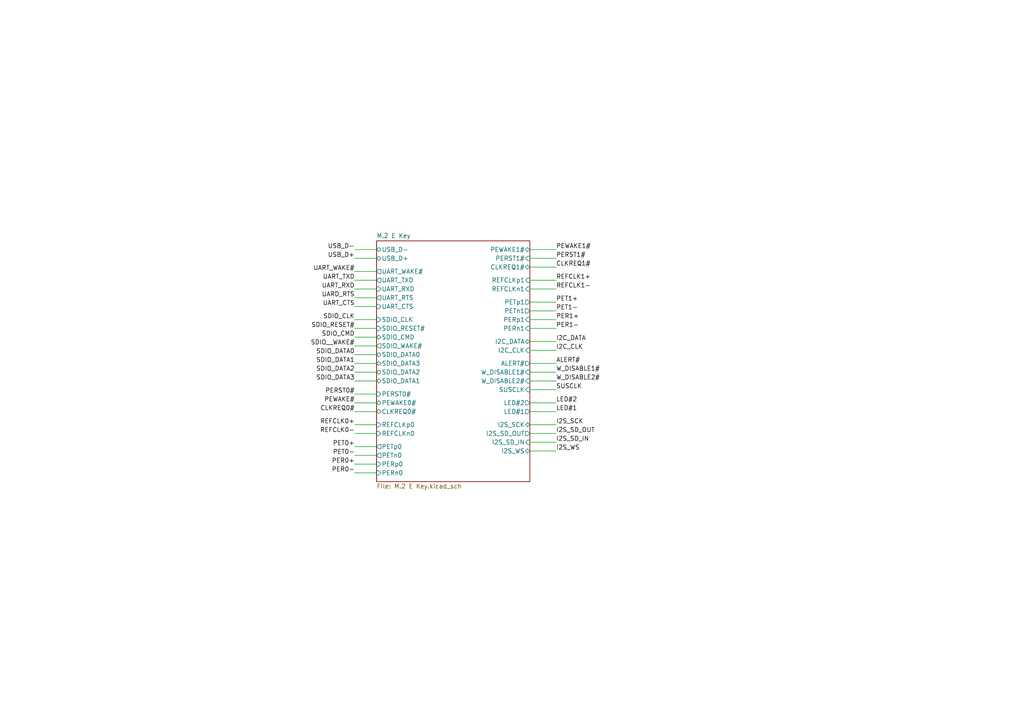
<source format=kicad_sch>
(kicad_sch
	(version 20250114)
	(generator "eeschema")
	(generator_version "9.0")
	(uuid "a24b6ca4-9876-4ae6-91ef-51d9184f5704")
	(paper "A4")
	(lib_symbols)
	(wire
		(pts
			(xy 102.87 100.33) (xy 109.22 100.33)
		)
		(stroke
			(width 0)
			(type default)
		)
		(uuid "0b3903e2-ff63-498f-8d84-a2a8f9001c10")
	)
	(wire
		(pts
			(xy 102.87 116.84) (xy 109.22 116.84)
		)
		(stroke
			(width 0)
			(type default)
		)
		(uuid "0b9b6b71-2fd1-4c20-a768-ae8d92475e0e")
	)
	(wire
		(pts
			(xy 102.87 83.82) (xy 109.22 83.82)
		)
		(stroke
			(width 0)
			(type default)
		)
		(uuid "125f1716-eea6-4b04-b011-1803008835c0")
	)
	(wire
		(pts
			(xy 102.87 123.19) (xy 109.22 123.19)
		)
		(stroke
			(width 0)
			(type default)
		)
		(uuid "1459b6b0-8cc4-40a4-a923-cdf9967b68d6")
	)
	(wire
		(pts
			(xy 102.87 102.87) (xy 109.22 102.87)
		)
		(stroke
			(width 0)
			(type default)
		)
		(uuid "14a7b775-1d1a-44bc-97a9-6a7e8afde3cf")
	)
	(wire
		(pts
			(xy 102.87 74.93) (xy 109.22 74.93)
		)
		(stroke
			(width 0)
			(type default)
		)
		(uuid "1b23c607-a0a3-471c-b608-27dd804adb0b")
	)
	(wire
		(pts
			(xy 153.67 125.73) (xy 161.29 125.73)
		)
		(stroke
			(width 0)
			(type default)
		)
		(uuid "20602368-f8c5-4a1b-8d8a-eebce596c053")
	)
	(wire
		(pts
			(xy 102.87 125.73) (xy 109.22 125.73)
		)
		(stroke
			(width 0)
			(type default)
		)
		(uuid "206152c0-bde9-4f6d-b0e5-1615bdb8f68c")
	)
	(wire
		(pts
			(xy 102.87 105.41) (xy 109.22 105.41)
		)
		(stroke
			(width 0)
			(type default)
		)
		(uuid "208b9518-505c-40d4-ab0a-b732fac44d60")
	)
	(wire
		(pts
			(xy 153.67 77.47) (xy 161.29 77.47)
		)
		(stroke
			(width 0)
			(type default)
		)
		(uuid "230a81ea-7fcb-48cc-a53e-e5a5d99ff8aa")
	)
	(wire
		(pts
			(xy 153.67 90.17) (xy 161.29 90.17)
		)
		(stroke
			(width 0)
			(type default)
		)
		(uuid "2dad8341-98d9-46f3-9caa-d4ae10752c4b")
	)
	(wire
		(pts
			(xy 102.87 119.38) (xy 109.22 119.38)
		)
		(stroke
			(width 0)
			(type default)
		)
		(uuid "2fc86178-63fb-4b0f-b110-d43ef7369c8c")
	)
	(wire
		(pts
			(xy 153.67 110.49) (xy 161.29 110.49)
		)
		(stroke
			(width 0)
			(type default)
		)
		(uuid "3079af08-fb62-4d19-a7e2-93603683c474")
	)
	(wire
		(pts
			(xy 153.67 81.28) (xy 161.29 81.28)
		)
		(stroke
			(width 0)
			(type default)
		)
		(uuid "38b44428-6bf7-472f-8602-714ddaf1d2fb")
	)
	(wire
		(pts
			(xy 153.67 113.03) (xy 161.29 113.03)
		)
		(stroke
			(width 0)
			(type default)
		)
		(uuid "4231d9d4-e814-458e-9577-824eac789e7d")
	)
	(wire
		(pts
			(xy 153.67 128.27) (xy 161.29 128.27)
		)
		(stroke
			(width 0)
			(type default)
		)
		(uuid "45b58532-3693-4ea5-ad0b-263b5d84ca14")
	)
	(wire
		(pts
			(xy 153.67 116.84) (xy 161.29 116.84)
		)
		(stroke
			(width 0)
			(type default)
		)
		(uuid "4e4d4985-faf7-4df7-a21d-b05525d5c1d1")
	)
	(wire
		(pts
			(xy 102.87 137.16) (xy 109.22 137.16)
		)
		(stroke
			(width 0)
			(type default)
		)
		(uuid "53c65c15-765c-46f9-87e7-5d6eea9dbb43")
	)
	(wire
		(pts
			(xy 153.67 123.19) (xy 161.29 123.19)
		)
		(stroke
			(width 0)
			(type default)
		)
		(uuid "5a72d9ce-f88b-411a-8f6a-aa646493477d")
	)
	(wire
		(pts
			(xy 102.87 110.49) (xy 109.22 110.49)
		)
		(stroke
			(width 0)
			(type default)
		)
		(uuid "5c74fdae-acad-45fd-991c-a9882179adbd")
	)
	(wire
		(pts
			(xy 153.67 87.63) (xy 161.29 87.63)
		)
		(stroke
			(width 0)
			(type default)
		)
		(uuid "5d8764e7-23ab-463d-9c78-c81f0a43351f")
	)
	(wire
		(pts
			(xy 153.67 101.6) (xy 161.29 101.6)
		)
		(stroke
			(width 0)
			(type default)
		)
		(uuid "5f93dee3-db92-47b6-b502-5ad83a8c08a6")
	)
	(wire
		(pts
			(xy 102.87 114.3) (xy 109.22 114.3)
		)
		(stroke
			(width 0)
			(type default)
		)
		(uuid "66b2be52-c67c-4ae8-8248-c0cf21b45c3e")
	)
	(wire
		(pts
			(xy 102.87 97.79) (xy 109.22 97.79)
		)
		(stroke
			(width 0)
			(type default)
		)
		(uuid "67bd7d3c-d46e-4541-bdd5-0283f1e6b1ca")
	)
	(wire
		(pts
			(xy 102.87 134.62) (xy 109.22 134.62)
		)
		(stroke
			(width 0)
			(type default)
		)
		(uuid "69ec1717-b0a3-4355-92d8-c85d7abc8725")
	)
	(wire
		(pts
			(xy 153.67 107.95) (xy 161.29 107.95)
		)
		(stroke
			(width 0)
			(type default)
		)
		(uuid "6bddce0e-7219-4876-9fdb-2b88b93ad133")
	)
	(wire
		(pts
			(xy 153.67 74.93) (xy 161.29 74.93)
		)
		(stroke
			(width 0)
			(type default)
		)
		(uuid "80b435c2-f15a-43da-b9c8-5375cbf42280")
	)
	(wire
		(pts
			(xy 102.87 92.71) (xy 109.22 92.71)
		)
		(stroke
			(width 0)
			(type default)
		)
		(uuid "8383eb1f-6895-4f62-b2b2-cc940f9a4e65")
	)
	(wire
		(pts
			(xy 102.87 86.36) (xy 109.22 86.36)
		)
		(stroke
			(width 0)
			(type default)
		)
		(uuid "85826b23-648e-4696-9c16-44f83bed9c49")
	)
	(wire
		(pts
			(xy 153.67 119.38) (xy 161.29 119.38)
		)
		(stroke
			(width 0)
			(type default)
		)
		(uuid "8c6b5ec4-c993-4784-a87b-ea2d94da49b7")
	)
	(wire
		(pts
			(xy 102.87 129.54) (xy 109.22 129.54)
		)
		(stroke
			(width 0)
			(type default)
		)
		(uuid "97496b9d-fd83-42ff-a7fd-1ee57f1a3dfd")
	)
	(wire
		(pts
			(xy 153.67 92.71) (xy 161.29 92.71)
		)
		(stroke
			(width 0)
			(type default)
		)
		(uuid "9991cb75-a032-47b8-8463-9a23079ac313")
	)
	(wire
		(pts
			(xy 153.67 99.06) (xy 161.29 99.06)
		)
		(stroke
			(width 0)
			(type default)
		)
		(uuid "9db61103-2b75-4e5d-a57a-4bcfbe8daf3f")
	)
	(wire
		(pts
			(xy 102.87 81.28) (xy 109.22 81.28)
		)
		(stroke
			(width 0)
			(type default)
		)
		(uuid "a6e7ffbc-674e-4766-a1c7-fa90ad65d653")
	)
	(wire
		(pts
			(xy 102.87 132.08) (xy 109.22 132.08)
		)
		(stroke
			(width 0)
			(type default)
		)
		(uuid "a79c505c-ce6c-4064-a431-cbc62eac189a")
	)
	(wire
		(pts
			(xy 153.67 95.25) (xy 161.29 95.25)
		)
		(stroke
			(width 0)
			(type default)
		)
		(uuid "b946c1ce-b2d5-4a2d-9fe9-65784494eede")
	)
	(wire
		(pts
			(xy 102.87 107.95) (xy 109.22 107.95)
		)
		(stroke
			(width 0)
			(type default)
		)
		(uuid "bbf89ebb-939f-42c9-a1c9-1f01c37f0f3b")
	)
	(wire
		(pts
			(xy 102.87 88.9) (xy 109.22 88.9)
		)
		(stroke
			(width 0)
			(type default)
		)
		(uuid "c01368e5-b585-4eb4-a175-3f76c78d5ef3")
	)
	(wire
		(pts
			(xy 102.87 95.25) (xy 109.22 95.25)
		)
		(stroke
			(width 0)
			(type default)
		)
		(uuid "cfbbc588-514e-4de9-9d32-90661c6ed351")
	)
	(wire
		(pts
			(xy 153.67 72.39) (xy 161.29 72.39)
		)
		(stroke
			(width 0)
			(type default)
		)
		(uuid "d575afaa-a912-43cf-9e96-ce54e7f0254c")
	)
	(wire
		(pts
			(xy 153.67 130.81) (xy 161.29 130.81)
		)
		(stroke
			(width 0)
			(type default)
		)
		(uuid "e802274f-5ad7-4a2d-8c6e-0644a1501140")
	)
	(wire
		(pts
			(xy 102.87 78.74) (xy 109.22 78.74)
		)
		(stroke
			(width 0)
			(type default)
		)
		(uuid "e95eca9d-ca17-4d87-96de-b303cf18ed7b")
	)
	(wire
		(pts
			(xy 102.87 72.39) (xy 109.22 72.39)
		)
		(stroke
			(width 0)
			(type default)
		)
		(uuid "f1e1fe53-c647-466e-86aa-10364402095f")
	)
	(wire
		(pts
			(xy 153.67 105.41) (xy 161.29 105.41)
		)
		(stroke
			(width 0)
			(type default)
		)
		(uuid "fbbeff18-b94d-4244-9f12-c680efee31e4")
	)
	(wire
		(pts
			(xy 153.67 83.82) (xy 161.29 83.82)
		)
		(stroke
			(width 0)
			(type default)
		)
		(uuid "ff1f5c00-eee1-4a79-9313-97280217c7e5")
	)
	(label "UART_TXD"
		(at 102.87 81.28 180)
		(effects
			(font
				(size 1.27 1.27)
			)
			(justify right bottom)
		)
		(uuid "048a5555-c9cb-491e-acbd-b16555336a66")
	)
	(label "UART_RXD"
		(at 102.87 83.82 180)
		(effects
			(font
				(size 1.27 1.27)
			)
			(justify right bottom)
		)
		(uuid "04dd73d3-8e74-464a-b939-91dccca32b64")
	)
	(label "PER1-"
		(at 161.29 95.25 0)
		(effects
			(font
				(size 1.27 1.27)
			)
			(justify left bottom)
		)
		(uuid "05d2a856-bf1d-4d4b-bf74-5873552672ce")
	)
	(label "REFCLK0+"
		(at 102.87 123.19 180)
		(effects
			(font
				(size 1.27 1.27)
			)
			(justify right bottom)
		)
		(uuid "0a861ebc-903a-4265-87bd-df8dd4c72182")
	)
	(label "SDIO_CMD"
		(at 102.87 97.79 180)
		(effects
			(font
				(size 1.27 1.27)
			)
			(justify right bottom)
		)
		(uuid "0f815442-610b-4eba-b694-0bc0bb57c58b")
	)
	(label "W_DISABLE1#"
		(at 161.29 107.95 0)
		(effects
			(font
				(size 1.27 1.27)
			)
			(justify left bottom)
		)
		(uuid "0f8ac9e6-36d4-4d72-ae3e-31839933951e")
	)
	(label "PERST1#"
		(at 161.29 74.93 0)
		(effects
			(font
				(size 1.27 1.27)
			)
			(justify left bottom)
		)
		(uuid "2378ab95-6796-495e-ac5a-cd88301b54c1")
	)
	(label "W_DISABLE2#"
		(at 161.29 110.49 0)
		(effects
			(font
				(size 1.27 1.27)
			)
			(justify left bottom)
		)
		(uuid "294a1824-a39c-41e2-87a7-dd35aab0a499")
	)
	(label "I2S_WS"
		(at 161.29 130.81 0)
		(effects
			(font
				(size 1.27 1.27)
			)
			(justify left bottom)
		)
		(uuid "2f84d271-79d1-4bbf-8906-662b98e121ee")
	)
	(label "UARD_RTS"
		(at 102.87 86.36 180)
		(effects
			(font
				(size 1.27 1.27)
			)
			(justify right bottom)
		)
		(uuid "30edef20-bf18-43c1-a6c5-5502da3f0815")
	)
	(label "PER1+"
		(at 161.29 92.71 0)
		(effects
			(font
				(size 1.27 1.27)
			)
			(justify left bottom)
		)
		(uuid "3c5f18a5-0da8-4c0c-8a03-bb6cbbef54ef")
	)
	(label "I2S_SD_IN"
		(at 161.29 128.27 0)
		(effects
			(font
				(size 1.27 1.27)
			)
			(justify left bottom)
		)
		(uuid "3ce89690-e24f-4d2b-844e-ff5fe88410fa")
	)
	(label "LED#1"
		(at 161.29 119.38 0)
		(effects
			(font
				(size 1.27 1.27)
			)
			(justify left bottom)
		)
		(uuid "3ec572a5-227e-4c8f-96c2-6efe9e7e8bdd")
	)
	(label "PET0+"
		(at 102.87 129.54 180)
		(effects
			(font
				(size 1.27 1.27)
			)
			(justify right bottom)
		)
		(uuid "41aea5cf-cab1-49b3-9a3a-74e4dde8952f")
	)
	(label "I2C_CLK"
		(at 161.29 101.6 0)
		(effects
			(font
				(size 1.27 1.27)
			)
			(justify left bottom)
		)
		(uuid "465e8d9a-cba3-485c-a2c2-74f0dbde81a2")
	)
	(label "SDIO_DATA1"
		(at 102.87 105.41 180)
		(effects
			(font
				(size 1.27 1.27)
			)
			(justify right bottom)
		)
		(uuid "4b551a13-6b71-434c-8b31-7511b05eb133")
	)
	(label "REFCLK0-"
		(at 102.87 125.73 180)
		(effects
			(font
				(size 1.27 1.27)
			)
			(justify right bottom)
		)
		(uuid "4c3274fc-25f3-4402-ae56-7c75bab6f90a")
	)
	(label "SDIO_DATA0"
		(at 102.87 102.87 180)
		(effects
			(font
				(size 1.27 1.27)
			)
			(justify right bottom)
		)
		(uuid "5cb90bdd-c79c-4ec1-8050-45a92b32f0d3")
	)
	(label "CLKREQ1#"
		(at 161.29 77.47 0)
		(effects
			(font
				(size 1.27 1.27)
			)
			(justify left bottom)
		)
		(uuid "5d2ccecc-cae0-4599-9432-3a2088728713")
	)
	(label "UART_CTS"
		(at 102.87 88.9 180)
		(effects
			(font
				(size 1.27 1.27)
			)
			(justify right bottom)
		)
		(uuid "6112a433-ccbb-4f75-a893-d3f9e124c2ca")
	)
	(label "I2S_SCK"
		(at 161.29 123.19 0)
		(effects
			(font
				(size 1.27 1.27)
			)
			(justify left bottom)
		)
		(uuid "6545ba06-2e30-41eb-8071-f30cd9625baf")
	)
	(label "I2C_DATA"
		(at 161.29 99.06 0)
		(effects
			(font
				(size 1.27 1.27)
			)
			(justify left bottom)
		)
		(uuid "678bfc47-8922-47a8-b24e-84e3caf716d7")
	)
	(label "PER0-"
		(at 102.87 137.16 180)
		(effects
			(font
				(size 1.27 1.27)
			)
			(justify right bottom)
		)
		(uuid "689491e4-88f7-4b5f-9224-2fae287b222e")
	)
	(label "REFCLK1-"
		(at 161.29 83.82 0)
		(effects
			(font
				(size 1.27 1.27)
			)
			(justify left bottom)
		)
		(uuid "6d3fe654-b53a-498d-84c9-7eabffa10ee6")
	)
	(label "UART_WAKE#"
		(at 102.87 78.74 180)
		(effects
			(font
				(size 1.27 1.27)
			)
			(justify right bottom)
		)
		(uuid "70d1fa01-30e9-4ad2-afa9-d79d1c37b717")
	)
	(label "PER0+"
		(at 102.87 134.62 180)
		(effects
			(font
				(size 1.27 1.27)
			)
			(justify right bottom)
		)
		(uuid "70fbc532-174d-4acf-904e-7f6e2b1f92a4")
	)
	(label "ALERT#"
		(at 161.29 105.41 0)
		(effects
			(font
				(size 1.27 1.27)
			)
			(justify left bottom)
		)
		(uuid "7a124dcc-3b93-4289-b83a-139a23a8764c")
	)
	(label "CLKREQ0#"
		(at 102.87 119.38 180)
		(effects
			(font
				(size 1.27 1.27)
			)
			(justify right bottom)
		)
		(uuid "82aee729-ef21-4ff6-9b35-291ca3f83147")
	)
	(label "LED#2"
		(at 161.29 116.84 0)
		(effects
			(font
				(size 1.27 1.27)
			)
			(justify left bottom)
		)
		(uuid "8567fac5-2bb6-4ac2-ad56-3423e4a1a05e")
	)
	(label "USB_D+"
		(at 102.87 74.93 180)
		(effects
			(font
				(size 1.27 1.27)
			)
			(justify right bottom)
		)
		(uuid "87b86ffc-6b38-48d6-a1ab-6c29ce358439")
	)
	(label "SUSCLK"
		(at 161.29 113.03 0)
		(effects
			(font
				(size 1.27 1.27)
			)
			(justify left bottom)
		)
		(uuid "97df85d2-e5f2-44ba-b1bd-ccbdb840c2da")
	)
	(label "SDIO_DATA3"
		(at 102.87 110.49 180)
		(effects
			(font
				(size 1.27 1.27)
			)
			(justify right bottom)
		)
		(uuid "9aaa5641-ef1b-43d1-8cab-75f1584b0fa7")
	)
	(label "REFCLK1+"
		(at 161.29 81.28 0)
		(effects
			(font
				(size 1.27 1.27)
			)
			(justify left bottom)
		)
		(uuid "9ee231ac-79cf-4707-a0fd-1e3f38e1147f")
	)
	(label "PEWAKE1#"
		(at 161.29 72.39 0)
		(effects
			(font
				(size 1.27 1.27)
			)
			(justify left bottom)
		)
		(uuid "a179e98e-3571-4948-891a-ca99bafae0fb")
	)
	(label "SDIO_RESET#"
		(at 102.87 95.25 180)
		(effects
			(font
				(size 1.27 1.27)
			)
			(justify right bottom)
		)
		(uuid "ab919118-b695-426b-aff3-1188e5fc9b38")
	)
	(label "I2S_SD_OUT"
		(at 161.29 125.73 0)
		(effects
			(font
				(size 1.27 1.27)
			)
			(justify left bottom)
		)
		(uuid "b0be95c3-59c0-48e0-b95c-3823c81473e4")
	)
	(label "PET0-"
		(at 102.87 132.08 180)
		(effects
			(font
				(size 1.27 1.27)
			)
			(justify right bottom)
		)
		(uuid "ba180636-7591-4aca-9e4d-dd7b44a00c08")
	)
	(label "PERST0#"
		(at 102.87 114.3 180)
		(effects
			(font
				(size 1.27 1.27)
			)
			(justify right bottom)
		)
		(uuid "bc34a207-0930-491b-a53d-a031282737a6")
	)
	(label "PET1-"
		(at 161.29 90.17 0)
		(effects
			(font
				(size 1.27 1.27)
			)
			(justify left bottom)
		)
		(uuid "c2b860b6-e131-46b6-b140-d89b5cc475b0")
	)
	(label "SDIO_DATA2"
		(at 102.87 107.95 180)
		(effects
			(font
				(size 1.27 1.27)
			)
			(justify right bottom)
		)
		(uuid "c4f974f9-f6c9-4c1e-8266-bff171de7fe1")
	)
	(label "USB_D-"
		(at 102.87 72.39 180)
		(effects
			(font
				(size 1.27 1.27)
			)
			(justify right bottom)
		)
		(uuid "c6862691-57e5-4368-a1ba-9f352ea9cbdc")
	)
	(label "PEWAKE#"
		(at 102.87 116.84 180)
		(effects
			(font
				(size 1.27 1.27)
			)
			(justify right bottom)
		)
		(uuid "cba34418-fa7e-4c06-a143-f5f5e1bb6179")
	)
	(label "PET1+"
		(at 161.29 87.63 0)
		(effects
			(font
				(size 1.27 1.27)
			)
			(justify left bottom)
		)
		(uuid "cbeb7919-11f9-4ce8-9731-56f3f27411ee")
	)
	(label "SDIO_CLK"
		(at 102.87 92.71 180)
		(effects
			(font
				(size 1.27 1.27)
			)
			(justify right bottom)
		)
		(uuid "ed3482c8-6772-40d9-a738-32f5d19166d6")
	)
	(label "SDIO__WAKE#"
		(at 102.87 100.33 180)
		(effects
			(font
				(size 1.27 1.27)
			)
			(justify right bottom)
		)
		(uuid "f5b63bb1-e3f9-4459-b922-b4f6f45b1b53")
	)
	(sheet
		(at 109.22 69.85)
		(size 44.45 69.85)
		(exclude_from_sim no)
		(in_bom yes)
		(on_board yes)
		(dnp no)
		(fields_autoplaced yes)
		(stroke
			(width 0.1524)
			(type solid)
		)
		(fill
			(color 0 0 0 0.0000)
		)
		(uuid "d48ca69b-849a-467d-9ae3-a7451b41089b")
		(property "Sheetname" "M.2 E Key"
			(at 109.22 69.1384 0)
			(effects
				(font
					(size 1.27 1.27)
				)
				(justify left bottom)
			)
		)
		(property "Sheetfile" "M.2 E Key.kicad_sch"
			(at 109.22 140.2846 0)
			(effects
				(font
					(size 1.27 1.27)
				)
				(justify left top)
			)
		)
		(pin "USB_D-" bidirectional
			(at 109.22 72.39 180)
			(uuid "49be6367-a237-4af6-b3b0-10768d84dd93")
			(effects
				(font
					(size 1.27 1.27)
				)
				(justify left)
			)
		)
		(pin "USB_D+" bidirectional
			(at 109.22 74.93 180)
			(uuid "e00d2206-e2c3-4e17-9311-e3c8b5c1a0f4")
			(effects
				(font
					(size 1.27 1.27)
				)
				(justify left)
			)
		)
		(pin "UART_WAKE#" output
			(at 109.22 78.74 180)
			(uuid "0dff1143-dd8d-44ad-aad4-bcbb63ba0553")
			(effects
				(font
					(size 1.27 1.27)
				)
				(justify left)
			)
		)
		(pin "UART_TXD" output
			(at 109.22 81.28 180)
			(uuid "7902fd84-9108-4c35-b9e3-3aa48e96e975")
			(effects
				(font
					(size 1.27 1.27)
				)
				(justify left)
			)
		)
		(pin "UART_RTS" output
			(at 109.22 86.36 180)
			(uuid "856c83cb-852f-4194-b067-6295b259caf4")
			(effects
				(font
					(size 1.27 1.27)
				)
				(justify left)
			)
		)
		(pin "UART_RXD" input
			(at 109.22 83.82 180)
			(uuid "6ee63c62-b3ed-4232-b25e-c479f2c36efa")
			(effects
				(font
					(size 1.27 1.27)
				)
				(justify left)
			)
		)
		(pin "UART_CTS" input
			(at 109.22 88.9 180)
			(uuid "cd3f28e2-7438-42cf-9a26-e69177fd989c")
			(effects
				(font
					(size 1.27 1.27)
				)
				(justify left)
			)
		)
		(pin "SDIO_CLK" input
			(at 109.22 92.71 180)
			(uuid "2c3f2175-42b2-4f1d-8669-016fbe081b0f")
			(effects
				(font
					(size 1.27 1.27)
				)
				(justify left)
			)
		)
		(pin "SDIO_RESET#" input
			(at 109.22 95.25 180)
			(uuid "6634e684-46d7-4ceb-b462-5c153a42d6f0")
			(effects
				(font
					(size 1.27 1.27)
				)
				(justify left)
			)
		)
		(pin "SDIO_CMD" bidirectional
			(at 109.22 97.79 180)
			(uuid "fb0f196c-e069-4fec-a2f5-6f05e1ea77dd")
			(effects
				(font
					(size 1.27 1.27)
				)
				(justify left)
			)
		)
		(pin "SDIO_WAKE#" output
			(at 109.22 100.33 180)
			(uuid "d56d72d4-b178-43a6-b86d-8be15a931287")
			(effects
				(font
					(size 1.27 1.27)
				)
				(justify left)
			)
		)
		(pin "SDIO_DATA0" bidirectional
			(at 109.22 102.87 180)
			(uuid "ef55ad4c-5982-4edc-b606-8557d18e1ae7")
			(effects
				(font
					(size 1.27 1.27)
				)
				(justify left)
			)
		)
		(pin "SDIO_DATA3" bidirectional
			(at 109.22 105.41 180)
			(uuid "e5c07b90-8f7b-42e2-9bc5-79de89168580")
			(effects
				(font
					(size 1.27 1.27)
				)
				(justify left)
			)
		)
		(pin "SDIO_DATA2" bidirectional
			(at 109.22 107.95 180)
			(uuid "04ba0b0a-a63f-4290-8fef-74c9806e5bbe")
			(effects
				(font
					(size 1.27 1.27)
				)
				(justify left)
			)
		)
		(pin "SDIO_DATA1" bidirectional
			(at 109.22 110.49 180)
			(uuid "9ba54e9e-fb63-401a-bba5-a4db4302b471")
			(effects
				(font
					(size 1.27 1.27)
				)
				(justify left)
			)
		)
		(pin "PERST0#" input
			(at 109.22 114.3 180)
			(uuid "e57d3ed9-47d5-4e22-a29f-3f51c2afa2f1")
			(effects
				(font
					(size 1.27 1.27)
				)
				(justify left)
			)
		)
		(pin "PEWAKE0#" bidirectional
			(at 109.22 116.84 180)
			(uuid "682d2e12-73c2-41dc-b8c7-86cd368b5b37")
			(effects
				(font
					(size 1.27 1.27)
				)
				(justify left)
			)
		)
		(pin "CLKREQ0#" bidirectional
			(at 109.22 119.38 180)
			(uuid "0518e6ed-6b49-459f-99ba-11f406f0a0ec")
			(effects
				(font
					(size 1.27 1.27)
				)
				(justify left)
			)
		)
		(pin "REFCLKp0" input
			(at 109.22 123.19 180)
			(uuid "61e64a14-c1de-4cc4-8a79-85dd8bc4367f")
			(effects
				(font
					(size 1.27 1.27)
				)
				(justify left)
			)
		)
		(pin "REFCLKn0" input
			(at 109.22 125.73 180)
			(uuid "3e50e0e1-2878-4b68-9972-e7dab5fcd0c4")
			(effects
				(font
					(size 1.27 1.27)
				)
				(justify left)
			)
		)
		(pin "PETn0" output
			(at 109.22 132.08 180)
			(uuid "74fd8cb8-554e-4381-a637-0d3ade02062b")
			(effects
				(font
					(size 1.27 1.27)
				)
				(justify left)
			)
		)
		(pin "PETp0" output
			(at 109.22 129.54 180)
			(uuid "fe91c5bc-1b6b-4344-a7c6-481db2bb982e")
			(effects
				(font
					(size 1.27 1.27)
				)
				(justify left)
			)
		)
		(pin "PERn0" input
			(at 109.22 137.16 180)
			(uuid "a915b4be-ea94-4c25-8fdb-aca487c55485")
			(effects
				(font
					(size 1.27 1.27)
				)
				(justify left)
			)
		)
		(pin "PERp0" input
			(at 109.22 134.62 180)
			(uuid "ceaa6f60-fd7e-4c38-9ab4-e6c809f0c0f1")
			(effects
				(font
					(size 1.27 1.27)
				)
				(justify left)
			)
		)
		(pin "PEWAKE1#" bidirectional
			(at 153.67 72.39 0)
			(uuid "d2ccc99f-2299-4b59-8b34-3980f758c166")
			(effects
				(font
					(size 1.27 1.27)
				)
				(justify right)
			)
		)
		(pin "PERST1#" input
			(at 153.67 74.93 0)
			(uuid "f7917120-ef84-4179-bb36-086026a720c8")
			(effects
				(font
					(size 1.27 1.27)
				)
				(justify right)
			)
		)
		(pin "CLKREQ1#" bidirectional
			(at 153.67 77.47 0)
			(uuid "8f7d15c7-d176-4f87-bb6d-c7bec6d251b0")
			(effects
				(font
					(size 1.27 1.27)
				)
				(justify right)
			)
		)
		(pin "REFCLKn1" input
			(at 153.67 83.82 0)
			(uuid "4f9727ee-1ecf-48f1-a33d-2a6b04ec1f0b")
			(effects
				(font
					(size 1.27 1.27)
				)
				(justify right)
			)
		)
		(pin "REFCLKp1" input
			(at 153.67 81.28 0)
			(uuid "a63b01ec-7ba2-4c8f-8520-e590b9c46706")
			(effects
				(font
					(size 1.27 1.27)
				)
				(justify right)
			)
		)
		(pin "PETn1" output
			(at 153.67 90.17 0)
			(uuid "859a9581-4258-406e-8c2b-b4548bbf4abd")
			(effects
				(font
					(size 1.27 1.27)
				)
				(justify right)
			)
		)
		(pin "PETp1" output
			(at 153.67 87.63 0)
			(uuid "d32070bf-1124-4b3e-8228-d6d992016abd")
			(effects
				(font
					(size 1.27 1.27)
				)
				(justify right)
			)
		)
		(pin "PERp1" input
			(at 153.67 92.71 0)
			(uuid "289725b8-5160-4446-ab8d-fbc7db29934e")
			(effects
				(font
					(size 1.27 1.27)
				)
				(justify right)
			)
		)
		(pin "PERn1" input
			(at 153.67 95.25 0)
			(uuid "5b76338d-2d4e-47f2-89fc-3bbf52cd4735")
			(effects
				(font
					(size 1.27 1.27)
				)
				(justify right)
			)
		)
		(pin "I2C_DATA" bidirectional
			(at 153.67 99.06 0)
			(uuid "ab70faf8-b2a2-422e-9906-c32230e29f13")
			(effects
				(font
					(size 1.27 1.27)
				)
				(justify right)
			)
		)
		(pin "I2C_CLK" input
			(at 153.67 101.6 0)
			(uuid "f3f3261f-c917-487b-84f8-b33807fd34ce")
			(effects
				(font
					(size 1.27 1.27)
				)
				(justify right)
			)
		)
		(pin "ALERT#" output
			(at 153.67 105.41 0)
			(uuid "3cae960a-26ff-470b-99a7-312c0b05f5ce")
			(effects
				(font
					(size 1.27 1.27)
				)
				(justify right)
			)
		)
		(pin "W_DISABLE1#" input
			(at 153.67 107.95 0)
			(uuid "a4afe3bd-553e-4578-b2e6-35602504e301")
			(effects
				(font
					(size 1.27 1.27)
				)
				(justify right)
			)
		)
		(pin "SUSCLK" input
			(at 153.67 113.03 0)
			(uuid "7d9b4576-6e9f-4201-b0d1-811550a78885")
			(effects
				(font
					(size 1.27 1.27)
				)
				(justify right)
			)
		)
		(pin "W_DISABLE2#" input
			(at 153.67 110.49 0)
			(uuid "3ec6c53d-fa22-4088-9be5-45b433b8278e")
			(effects
				(font
					(size 1.27 1.27)
				)
				(justify right)
			)
		)
		(pin "LED#2" output
			(at 153.67 116.84 0)
			(uuid "0d40d755-a8d4-482b-a8d3-6e46173183a0")
			(effects
				(font
					(size 1.27 1.27)
				)
				(justify right)
			)
		)
		(pin "LED#1" output
			(at 153.67 119.38 0)
			(uuid "31de2560-2c36-43f0-bf78-b4c0afa97fbe")
			(effects
				(font
					(size 1.27 1.27)
				)
				(justify right)
			)
		)
		(pin "I2S_SCK" bidirectional
			(at 153.67 123.19 0)
			(uuid "4bf35219-50cb-4b78-b8d2-758882c825ef")
			(effects
				(font
					(size 1.27 1.27)
				)
				(justify right)
			)
		)
		(pin "I2S_SD_OUT" output
			(at 153.67 125.73 0)
			(uuid "34441ade-cbd7-4362-a646-06a3b89f5fe2")
			(effects
				(font
					(size 1.27 1.27)
				)
				(justify right)
			)
		)
		(pin "I2S_WS" bidirectional
			(at 153.67 130.81 0)
			(uuid "eef4ee98-bfb5-4de3-a7db-0c38278a7fec")
			(effects
				(font
					(size 1.27 1.27)
				)
				(justify right)
			)
		)
		(pin "I2S_SD_IN" input
			(at 153.67 128.27 0)
			(uuid "dacd2af1-bb8d-42f6-aba4-2bae6973ed37")
			(effects
				(font
					(size 1.27 1.27)
				)
				(justify right)
			)
		)
		(instances
			(project "M.2 E Key 2280"
				(path "/a24b6ca4-9876-4ae6-91ef-51d9184f5704"
					(page "2")
				)
			)
		)
	)
	(sheet_instances
		(path "/"
			(page "1")
		)
	)
	(embedded_fonts no)
)

</source>
